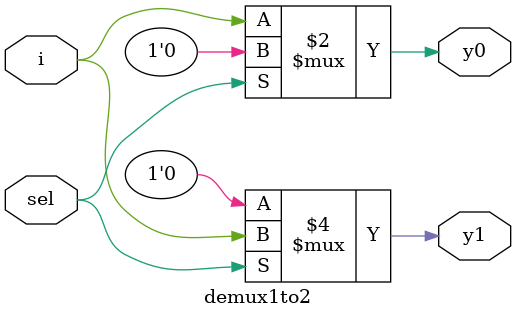
<source format=v>
module demux1to2(
    input wire i,       
    input wire sel,    
    output wire y0, y1 
);
    assign y0 = (sel == 0) ? i : 1'b0;
    assign y1 = (sel == 1) ? i : 1'b0;
endmodule

</source>
